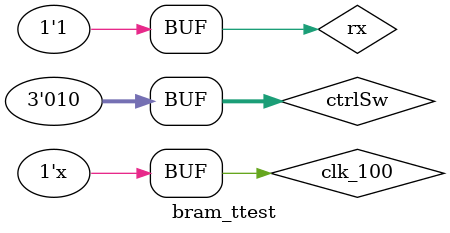
<source format=v>
`timescale 1ns / 50ps


module bram_ttest;

	// Inputs
	reg clk_100;
	reg rx;
	reg [2:0] ctrlSw;

	// Outputs
	wire tx;
	wire led_rx;
	wire led_tx;
	wire [2:0] ledInd;
	wire we_io;
	wire [15 : 0] addr_io;
	wire [15:0] data_in_io;
	wire [15:0] data_out_io;
	wire ready;
	wire clr;
	wire [5:0] state;
	wire send;
	wire [15:0] c_bus;
	
	 wire [15:0] memory_addr_pro;
	 wire [15:0] memory_data_in_pro;
	 wire [15:0] memory_data_out_pro;
	 wire we_pro;
	 wire pro_clk;
	 wire [15:0] tester;
	 wire z;
	 wire [8:0] test_ins;
	//local
	reg [9:0] data;
	reg [15:0] x;
	reg [15:0] y;
	
	//file handling
	//reg [7:0] data_f [65655:0];
	
	
	parameter buad_time =104166;   //115200 - 434 

	// Instantiate the Unit Under Test (UUT)
	BRAM_TEST uut (
		.clk_100(clk_100), 
		.rx(rx), 
		.tx(tx), 
		.led_rx(led_rx), 
		.led_tx(led_tx), 
		.ledInd(ledInd), 
		.ctrlSw(ctrlSw),
		
		.addr_io(addr_io),
		.data_in_io(data_in_io),
		.data_out_io(data_out_io),
		.we_io(we_io),
		
		.memory_addr_pro(memory_addr_pro),
      .memory_data_in_pro(memory_data_in_pro),
      .memory_data_out_pro(memory_data_out_pro),
      .we_pro(we_pro),
	   .pro_clk(pro_clk),
			
		.ready(ready),
		.clr(clr),
		.send(send),
		.state(state),
		
		.z(z),
		.tester(tester),
		.c_bus(c_bus),
		.test_ins(test_ins)
		
	);
	

	always begin
	#5 clk_100 = ~clk_100;
	end
	initial begin
		
		//$readmemh("/home/brjathu/sample2.txt",data_f); 
		
		// Initialize Inputs
		clk_100 = 0;
		rx = 1;
		ctrlSw = 0;	
		
		#100
      ctrlSw[0] = 0;
		ctrlSw[1] = 1;
      ctrlSw[2] = 0;
		
		 
	
		// Add stimulus here

	end
      
endmodule


</source>
